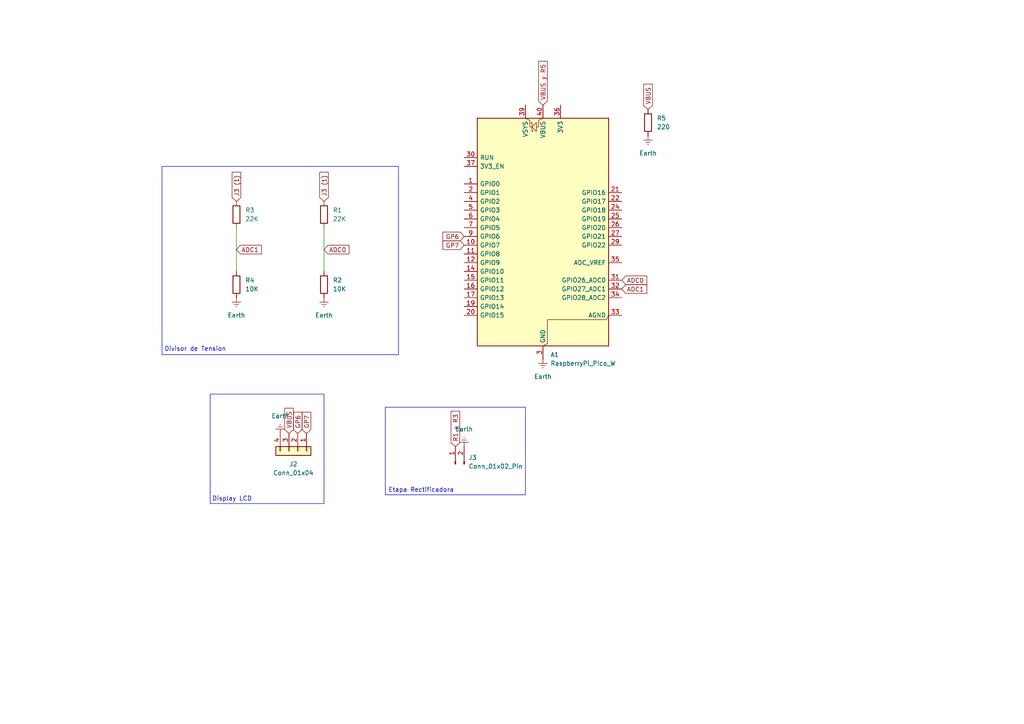
<source format=kicad_sch>
(kicad_sch
	(version 20250114)
	(generator "eeschema")
	(generator_version "9.0")
	(uuid "911fb31c-9ec0-4f87-b7c0-c3d7edbfac4b")
	(paper "A4")
	(lib_symbols
		(symbol "Connector:Conn_01x02_Pin"
			(pin_names
				(offset 1.016)
				(hide yes)
			)
			(exclude_from_sim no)
			(in_bom yes)
			(on_board yes)
			(property "Reference" "J"
				(at 0 2.54 0)
				(effects
					(font
						(size 1.27 1.27)
					)
				)
			)
			(property "Value" "Conn_01x02_Pin"
				(at 0 -5.08 0)
				(effects
					(font
						(size 1.27 1.27)
					)
				)
			)
			(property "Footprint" ""
				(at 0 0 0)
				(effects
					(font
						(size 1.27 1.27)
					)
					(hide yes)
				)
			)
			(property "Datasheet" "~"
				(at 0 0 0)
				(effects
					(font
						(size 1.27 1.27)
					)
					(hide yes)
				)
			)
			(property "Description" "Generic connector, single row, 01x02, script generated"
				(at 0 0 0)
				(effects
					(font
						(size 1.27 1.27)
					)
					(hide yes)
				)
			)
			(property "ki_locked" ""
				(at 0 0 0)
				(effects
					(font
						(size 1.27 1.27)
					)
				)
			)
			(property "ki_keywords" "connector"
				(at 0 0 0)
				(effects
					(font
						(size 1.27 1.27)
					)
					(hide yes)
				)
			)
			(property "ki_fp_filters" "Connector*:*_1x??_*"
				(at 0 0 0)
				(effects
					(font
						(size 1.27 1.27)
					)
					(hide yes)
				)
			)
			(symbol "Conn_01x02_Pin_1_1"
				(rectangle
					(start 0.8636 0.127)
					(end 0 -0.127)
					(stroke
						(width 0.1524)
						(type default)
					)
					(fill
						(type outline)
					)
				)
				(rectangle
					(start 0.8636 -2.413)
					(end 0 -2.667)
					(stroke
						(width 0.1524)
						(type default)
					)
					(fill
						(type outline)
					)
				)
				(polyline
					(pts
						(xy 1.27 0) (xy 0.8636 0)
					)
					(stroke
						(width 0.1524)
						(type default)
					)
					(fill
						(type none)
					)
				)
				(polyline
					(pts
						(xy 1.27 -2.54) (xy 0.8636 -2.54)
					)
					(stroke
						(width 0.1524)
						(type default)
					)
					(fill
						(type none)
					)
				)
				(pin passive line
					(at 5.08 0 180)
					(length 3.81)
					(name "Pin_1"
						(effects
							(font
								(size 1.27 1.27)
							)
						)
					)
					(number "1"
						(effects
							(font
								(size 1.27 1.27)
							)
						)
					)
				)
				(pin passive line
					(at 5.08 -2.54 180)
					(length 3.81)
					(name "Pin_2"
						(effects
							(font
								(size 1.27 1.27)
							)
						)
					)
					(number "2"
						(effects
							(font
								(size 1.27 1.27)
							)
						)
					)
				)
			)
			(embedded_fonts no)
		)
		(symbol "Connector_Generic:Conn_01x04"
			(pin_names
				(offset 1.016)
				(hide yes)
			)
			(exclude_from_sim no)
			(in_bom yes)
			(on_board yes)
			(property "Reference" "J"
				(at 0 5.08 0)
				(effects
					(font
						(size 1.27 1.27)
					)
				)
			)
			(property "Value" "Conn_01x04"
				(at 0 -7.62 0)
				(effects
					(font
						(size 1.27 1.27)
					)
				)
			)
			(property "Footprint" ""
				(at 0 0 0)
				(effects
					(font
						(size 1.27 1.27)
					)
					(hide yes)
				)
			)
			(property "Datasheet" "~"
				(at 0 0 0)
				(effects
					(font
						(size 1.27 1.27)
					)
					(hide yes)
				)
			)
			(property "Description" "Generic connector, single row, 01x04, script generated (kicad-library-utils/schlib/autogen/connector/)"
				(at 0 0 0)
				(effects
					(font
						(size 1.27 1.27)
					)
					(hide yes)
				)
			)
			(property "ki_keywords" "connector"
				(at 0 0 0)
				(effects
					(font
						(size 1.27 1.27)
					)
					(hide yes)
				)
			)
			(property "ki_fp_filters" "Connector*:*_1x??_*"
				(at 0 0 0)
				(effects
					(font
						(size 1.27 1.27)
					)
					(hide yes)
				)
			)
			(symbol "Conn_01x04_1_1"
				(rectangle
					(start -1.27 3.81)
					(end 1.27 -6.35)
					(stroke
						(width 0.254)
						(type default)
					)
					(fill
						(type background)
					)
				)
				(rectangle
					(start -1.27 2.667)
					(end 0 2.413)
					(stroke
						(width 0.1524)
						(type default)
					)
					(fill
						(type none)
					)
				)
				(rectangle
					(start -1.27 0.127)
					(end 0 -0.127)
					(stroke
						(width 0.1524)
						(type default)
					)
					(fill
						(type none)
					)
				)
				(rectangle
					(start -1.27 -2.413)
					(end 0 -2.667)
					(stroke
						(width 0.1524)
						(type default)
					)
					(fill
						(type none)
					)
				)
				(rectangle
					(start -1.27 -4.953)
					(end 0 -5.207)
					(stroke
						(width 0.1524)
						(type default)
					)
					(fill
						(type none)
					)
				)
				(pin passive line
					(at -5.08 2.54 0)
					(length 3.81)
					(name "Pin_1"
						(effects
							(font
								(size 1.27 1.27)
							)
						)
					)
					(number "1"
						(effects
							(font
								(size 1.27 1.27)
							)
						)
					)
				)
				(pin passive line
					(at -5.08 0 0)
					(length 3.81)
					(name "Pin_2"
						(effects
							(font
								(size 1.27 1.27)
							)
						)
					)
					(number "2"
						(effects
							(font
								(size 1.27 1.27)
							)
						)
					)
				)
				(pin passive line
					(at -5.08 -2.54 0)
					(length 3.81)
					(name "Pin_3"
						(effects
							(font
								(size 1.27 1.27)
							)
						)
					)
					(number "3"
						(effects
							(font
								(size 1.27 1.27)
							)
						)
					)
				)
				(pin passive line
					(at -5.08 -5.08 0)
					(length 3.81)
					(name "Pin_4"
						(effects
							(font
								(size 1.27 1.27)
							)
						)
					)
					(number "4"
						(effects
							(font
								(size 1.27 1.27)
							)
						)
					)
				)
			)
			(embedded_fonts no)
		)
		(symbol "Device:R"
			(pin_numbers
				(hide yes)
			)
			(pin_names
				(offset 0)
			)
			(exclude_from_sim no)
			(in_bom yes)
			(on_board yes)
			(property "Reference" "R"
				(at 2.032 0 90)
				(effects
					(font
						(size 1.27 1.27)
					)
				)
			)
			(property "Value" "R"
				(at 0 0 90)
				(effects
					(font
						(size 1.27 1.27)
					)
				)
			)
			(property "Footprint" ""
				(at -1.778 0 90)
				(effects
					(font
						(size 1.27 1.27)
					)
					(hide yes)
				)
			)
			(property "Datasheet" "~"
				(at 0 0 0)
				(effects
					(font
						(size 1.27 1.27)
					)
					(hide yes)
				)
			)
			(property "Description" "Resistor"
				(at 0 0 0)
				(effects
					(font
						(size 1.27 1.27)
					)
					(hide yes)
				)
			)
			(property "ki_keywords" "R res resistor"
				(at 0 0 0)
				(effects
					(font
						(size 1.27 1.27)
					)
					(hide yes)
				)
			)
			(property "ki_fp_filters" "R_*"
				(at 0 0 0)
				(effects
					(font
						(size 1.27 1.27)
					)
					(hide yes)
				)
			)
			(symbol "R_0_1"
				(rectangle
					(start -1.016 -2.54)
					(end 1.016 2.54)
					(stroke
						(width 0.254)
						(type default)
					)
					(fill
						(type none)
					)
				)
			)
			(symbol "R_1_1"
				(pin passive line
					(at 0 3.81 270)
					(length 1.27)
					(name "~"
						(effects
							(font
								(size 1.27 1.27)
							)
						)
					)
					(number "1"
						(effects
							(font
								(size 1.27 1.27)
							)
						)
					)
				)
				(pin passive line
					(at 0 -3.81 90)
					(length 1.27)
					(name "~"
						(effects
							(font
								(size 1.27 1.27)
							)
						)
					)
					(number "2"
						(effects
							(font
								(size 1.27 1.27)
							)
						)
					)
				)
			)
			(embedded_fonts no)
		)
		(symbol "MCU_Module:RaspberryPi_Pico_W"
			(pin_names
				(offset 0.762)
			)
			(exclude_from_sim no)
			(in_bom yes)
			(on_board yes)
			(property "Reference" "A"
				(at -19.05 35.56 0)
				(effects
					(font
						(size 1.27 1.27)
					)
					(justify left)
				)
			)
			(property "Value" "RaspberryPi_Pico_W"
				(at 7.62 35.56 0)
				(effects
					(font
						(size 1.27 1.27)
					)
					(justify left)
				)
			)
			(property "Footprint" "Module:RaspberryPi_Pico_W_SMD_HandSolder"
				(at 0 -46.99 0)
				(effects
					(font
						(size 1.27 1.27)
					)
					(hide yes)
				)
			)
			(property "Datasheet" "https://datasheets.raspberrypi.com/picow/pico-w-datasheet.pdf"
				(at 0 -49.53 0)
				(effects
					(font
						(size 1.27 1.27)
					)
					(hide yes)
				)
			)
			(property "Description" "Versatile and inexpensive wireless microcontroller module powered by RP2040 dual-core Arm Cortex-M0+ processor up to 133 MHz, 264kB SRAM, 2MB QSPI flash, Infineon CYW43439 2.4GHz 802.11n wireless LAN; also supports Raspberry Pi Pico 2 W"
				(at 0 -52.07 0)
				(effects
					(font
						(size 1.27 1.27)
					)
					(hide yes)
				)
			)
			(property "ki_keywords" "RP2350A M33 RISC-V Hazard3 usb wifi bluetooth"
				(at 0 0 0)
				(effects
					(font
						(size 1.27 1.27)
					)
					(hide yes)
				)
			)
			(property "ki_fp_filters" "RaspberryPi?Pico?Common* RaspberryPi?Pico?W?SMD*"
				(at 0 0 0)
				(effects
					(font
						(size 1.27 1.27)
					)
					(hide yes)
				)
			)
			(symbol "RaspberryPi_Pico_W_0_1"
				(rectangle
					(start -19.05 34.29)
					(end 19.05 -31.75)
					(stroke
						(width 0.254)
						(type default)
					)
					(fill
						(type background)
					)
				)
				(polyline
					(pts
						(xy -5.08 34.29) (xy -3.81 33.655) (xy -3.81 31.75) (xy -3.175 31.75)
					)
					(stroke
						(width 0)
						(type default)
					)
					(fill
						(type none)
					)
				)
				(polyline
					(pts
						(xy -3.429 32.766) (xy -3.429 33.02) (xy -3.175 33.02) (xy -3.175 30.48) (xy -2.921 30.48) (xy -2.921 30.734)
					)
					(stroke
						(width 0)
						(type default)
					)
					(fill
						(type none)
					)
				)
				(polyline
					(pts
						(xy -3.175 31.75) (xy -1.905 33.02) (xy -1.905 30.48) (xy -3.175 31.75)
					)
					(stroke
						(width 0)
						(type default)
					)
					(fill
						(type none)
					)
				)
				(polyline
					(pts
						(xy 0 34.29) (xy -1.27 33.655) (xy -1.27 31.75) (xy -1.905 31.75)
					)
					(stroke
						(width 0)
						(type default)
					)
					(fill
						(type none)
					)
				)
				(polyline
					(pts
						(xy 0 -31.75) (xy 1.27 -31.115) (xy 1.27 -24.13) (xy 18.415 -24.13) (xy 19.05 -22.86)
					)
					(stroke
						(width 0)
						(type default)
					)
					(fill
						(type none)
					)
				)
			)
			(symbol "RaspberryPi_Pico_W_1_1"
				(pin passive line
					(at -22.86 22.86 0)
					(length 3.81)
					(name "RUN"
						(effects
							(font
								(size 1.27 1.27)
							)
						)
					)
					(number "30"
						(effects
							(font
								(size 1.27 1.27)
							)
						)
					)
					(alternate "~{RESET}" passive line)
				)
				(pin passive line
					(at -22.86 20.32 0)
					(length 3.81)
					(name "3V3_EN"
						(effects
							(font
								(size 1.27 1.27)
							)
						)
					)
					(number "37"
						(effects
							(font
								(size 1.27 1.27)
							)
						)
					)
					(alternate "~{3V3_DISABLE}" passive line)
				)
				(pin bidirectional line
					(at -22.86 15.24 0)
					(length 3.81)
					(name "GPIO0"
						(effects
							(font
								(size 1.27 1.27)
							)
						)
					)
					(number "1"
						(effects
							(font
								(size 1.27 1.27)
							)
						)
					)
					(alternate "I2C0_SDA" bidirectional line)
					(alternate "PWM0_A" output line)
					(alternate "SPI0_RX" input line)
					(alternate "UART0_TX" output line)
					(alternate "USB_OVCUR_DET" input line)
				)
				(pin bidirectional line
					(at -22.86 12.7 0)
					(length 3.81)
					(name "GPIO1"
						(effects
							(font
								(size 1.27 1.27)
							)
						)
					)
					(number "2"
						(effects
							(font
								(size 1.27 1.27)
							)
						)
					)
					(alternate "I2C0_SCL" bidirectional clock)
					(alternate "PWM0_B" bidirectional line)
					(alternate "UART0_RX" input line)
					(alternate "USB_VBUS_DET" passive line)
					(alternate "~{SPI0_CSn}" bidirectional line)
				)
				(pin bidirectional line
					(at -22.86 10.16 0)
					(length 3.81)
					(name "GPIO2"
						(effects
							(font
								(size 1.27 1.27)
							)
						)
					)
					(number "4"
						(effects
							(font
								(size 1.27 1.27)
							)
						)
					)
					(alternate "I2C1_SDA" bidirectional line)
					(alternate "PWM1_A" output line)
					(alternate "SPI0_SCK" bidirectional clock)
					(alternate "UART0_CTS" input line)
					(alternate "USB_VBUS_EN" output line)
				)
				(pin bidirectional line
					(at -22.86 7.62 0)
					(length 3.81)
					(name "GPIO3"
						(effects
							(font
								(size 1.27 1.27)
							)
						)
					)
					(number "5"
						(effects
							(font
								(size 1.27 1.27)
							)
						)
					)
					(alternate "I2C1_SCL" bidirectional clock)
					(alternate "PWM1_B" bidirectional line)
					(alternate "SPI0_TX" output line)
					(alternate "UART0_RTS" output line)
					(alternate "USB_OVCUR_DET" input line)
				)
				(pin bidirectional line
					(at -22.86 5.08 0)
					(length 3.81)
					(name "GPIO4"
						(effects
							(font
								(size 1.27 1.27)
							)
						)
					)
					(number "6"
						(effects
							(font
								(size 1.27 1.27)
							)
						)
					)
					(alternate "I2C0_SDA" bidirectional line)
					(alternate "PWM2_A" output line)
					(alternate "SPI0_RX" input line)
					(alternate "UART1_TX" output line)
					(alternate "USB_VBUS_DET" input line)
				)
				(pin bidirectional line
					(at -22.86 2.54 0)
					(length 3.81)
					(name "GPIO5"
						(effects
							(font
								(size 1.27 1.27)
							)
						)
					)
					(number "7"
						(effects
							(font
								(size 1.27 1.27)
							)
						)
					)
					(alternate "I2C0_SCL" bidirectional clock)
					(alternate "PWM2_B" bidirectional line)
					(alternate "UART1_RX" input line)
					(alternate "USB_VBUS_EN" output line)
					(alternate "~{SPI0_CSn}" bidirectional line)
				)
				(pin bidirectional line
					(at -22.86 0 0)
					(length 3.81)
					(name "GPIO6"
						(effects
							(font
								(size 1.27 1.27)
							)
						)
					)
					(number "9"
						(effects
							(font
								(size 1.27 1.27)
							)
						)
					)
					(alternate "I2C1_SDA" bidirectional line)
					(alternate "PWM3_A" output line)
					(alternate "SPI0_SCK" bidirectional clock)
					(alternate "UART1_CTS" input line)
					(alternate "USB_OVCUR_DET" input line)
				)
				(pin bidirectional line
					(at -22.86 -2.54 0)
					(length 3.81)
					(name "GPIO7"
						(effects
							(font
								(size 1.27 1.27)
							)
						)
					)
					(number "10"
						(effects
							(font
								(size 1.27 1.27)
							)
						)
					)
					(alternate "I2C1_SCL" bidirectional clock)
					(alternate "PWM3_B" bidirectional line)
					(alternate "SPI0_TX" output line)
					(alternate "UART1_RTS" output line)
					(alternate "USB_VBUS_DET" input line)
				)
				(pin bidirectional line
					(at -22.86 -5.08 0)
					(length 3.81)
					(name "GPIO8"
						(effects
							(font
								(size 1.27 1.27)
							)
						)
					)
					(number "11"
						(effects
							(font
								(size 1.27 1.27)
							)
						)
					)
					(alternate "I2C0_SDA" bidirectional line)
					(alternate "PWM4_A" output line)
					(alternate "SPI1_RX" input line)
					(alternate "UART1_TX" output line)
					(alternate "USB_VBUS_EN" output line)
				)
				(pin bidirectional line
					(at -22.86 -7.62 0)
					(length 3.81)
					(name "GPIO9"
						(effects
							(font
								(size 1.27 1.27)
							)
						)
					)
					(number "12"
						(effects
							(font
								(size 1.27 1.27)
							)
						)
					)
					(alternate "I2C0_SCL" bidirectional clock)
					(alternate "PWM4_B" bidirectional line)
					(alternate "UART1_RX" input line)
					(alternate "USB_OVCUR_DET" input line)
					(alternate "~{SPI1_CSn}" bidirectional line)
				)
				(pin bidirectional line
					(at -22.86 -10.16 0)
					(length 3.81)
					(name "GPIO10"
						(effects
							(font
								(size 1.27 1.27)
							)
						)
					)
					(number "14"
						(effects
							(font
								(size 1.27 1.27)
							)
						)
					)
					(alternate "I2C1_SDA" bidirectional line)
					(alternate "PWM5_A" output line)
					(alternate "SPI1_SCK" bidirectional clock)
					(alternate "UART1_CTS" input line)
					(alternate "USB_VBUS_DET" input line)
				)
				(pin bidirectional line
					(at -22.86 -12.7 0)
					(length 3.81)
					(name "GPIO11"
						(effects
							(font
								(size 1.27 1.27)
							)
						)
					)
					(number "15"
						(effects
							(font
								(size 1.27 1.27)
							)
						)
					)
					(alternate "I2C1_SCL" bidirectional clock)
					(alternate "PWM5_B" bidirectional line)
					(alternate "SPI1_TX" output line)
					(alternate "UART1_RTS" output line)
					(alternate "USB_VBUS_EN" output line)
				)
				(pin bidirectional line
					(at -22.86 -15.24 0)
					(length 3.81)
					(name "GPIO12"
						(effects
							(font
								(size 1.27 1.27)
							)
						)
					)
					(number "16"
						(effects
							(font
								(size 1.27 1.27)
							)
						)
					)
					(alternate "I2C0_SDA" bidirectional line)
					(alternate "PWM6_A" output line)
					(alternate "SPI1_RX" input line)
					(alternate "UART0_TX" output line)
					(alternate "USB_OVCUR_DET" input line)
				)
				(pin bidirectional line
					(at -22.86 -17.78 0)
					(length 3.81)
					(name "GPIO13"
						(effects
							(font
								(size 1.27 1.27)
							)
						)
					)
					(number "17"
						(effects
							(font
								(size 1.27 1.27)
							)
						)
					)
					(alternate "I2C0_SCL" bidirectional clock)
					(alternate "PWM6_B" bidirectional line)
					(alternate "UART0_RX" input line)
					(alternate "USB_VBUS_DET" input line)
					(alternate "~{SPI1_CSn}" bidirectional line)
				)
				(pin bidirectional line
					(at -22.86 -20.32 0)
					(length 3.81)
					(name "GPIO14"
						(effects
							(font
								(size 1.27 1.27)
							)
						)
					)
					(number "19"
						(effects
							(font
								(size 1.27 1.27)
							)
						)
					)
					(alternate "I2C1_SDA" bidirectional line)
					(alternate "PWM7_A" output line)
					(alternate "SPI1_SCK" bidirectional clock)
					(alternate "UART0_CTS" input line)
					(alternate "USB_VBUS_EN" output line)
				)
				(pin bidirectional line
					(at -22.86 -22.86 0)
					(length 3.81)
					(name "GPIO15"
						(effects
							(font
								(size 1.27 1.27)
							)
						)
					)
					(number "20"
						(effects
							(font
								(size 1.27 1.27)
							)
						)
					)
					(alternate "I2C1_SCL" bidirectional clock)
					(alternate "PWM7_B" bidirectional line)
					(alternate "SPI1_TX" output line)
					(alternate "UART0_RTS" output line)
					(alternate "USB_OVCUR_DET" input line)
				)
				(pin power_in line
					(at -5.08 38.1 270)
					(length 3.81)
					(name "VSYS"
						(effects
							(font
								(size 1.27 1.27)
							)
						)
					)
					(number "39"
						(effects
							(font
								(size 1.27 1.27)
							)
						)
					)
					(alternate "VSYS_OUT" power_out line)
				)
				(pin power_out line
					(at 0 38.1 270)
					(length 3.81)
					(name "VBUS"
						(effects
							(font
								(size 1.27 1.27)
							)
						)
					)
					(number "40"
						(effects
							(font
								(size 1.27 1.27)
							)
						)
					)
					(alternate "VBUS_IN" power_in line)
				)
				(pin passive line
					(at 0 -35.56 90)
					(length 3.81)
					(hide yes)
					(name "GND"
						(effects
							(font
								(size 1.27 1.27)
							)
						)
					)
					(number "13"
						(effects
							(font
								(size 1.27 1.27)
							)
						)
					)
				)
				(pin passive line
					(at 0 -35.56 90)
					(length 3.81)
					(hide yes)
					(name "GND"
						(effects
							(font
								(size 1.27 1.27)
							)
						)
					)
					(number "18"
						(effects
							(font
								(size 1.27 1.27)
							)
						)
					)
				)
				(pin passive line
					(at 0 -35.56 90)
					(length 3.81)
					(hide yes)
					(name "GND"
						(effects
							(font
								(size 1.27 1.27)
							)
						)
					)
					(number "23"
						(effects
							(font
								(size 1.27 1.27)
							)
						)
					)
				)
				(pin passive line
					(at 0 -35.56 90)
					(length 3.81)
					(hide yes)
					(name "GND"
						(effects
							(font
								(size 1.27 1.27)
							)
						)
					)
					(number "28"
						(effects
							(font
								(size 1.27 1.27)
							)
						)
					)
				)
				(pin power_out line
					(at 0 -35.56 90)
					(length 3.81)
					(name "GND"
						(effects
							(font
								(size 1.27 1.27)
							)
						)
					)
					(number "3"
						(effects
							(font
								(size 1.27 1.27)
							)
						)
					)
					(alternate "GND_IN" power_in line)
				)
				(pin passive line
					(at 0 -35.56 90)
					(length 3.81)
					(hide yes)
					(name "GND"
						(effects
							(font
								(size 1.27 1.27)
							)
						)
					)
					(number "38"
						(effects
							(font
								(size 1.27 1.27)
							)
						)
					)
				)
				(pin passive line
					(at 0 -35.56 90)
					(length 3.81)
					(hide yes)
					(name "GND"
						(effects
							(font
								(size 1.27 1.27)
							)
						)
					)
					(number "8"
						(effects
							(font
								(size 1.27 1.27)
							)
						)
					)
				)
				(pin power_out line
					(at 5.08 38.1 270)
					(length 3.81)
					(name "3V3"
						(effects
							(font
								(size 1.27 1.27)
							)
						)
					)
					(number "36"
						(effects
							(font
								(size 1.27 1.27)
							)
						)
					)
				)
				(pin bidirectional line
					(at 22.86 12.7 180)
					(length 3.81)
					(name "GPIO16"
						(effects
							(font
								(size 1.27 1.27)
							)
						)
					)
					(number "21"
						(effects
							(font
								(size 1.27 1.27)
							)
						)
					)
					(alternate "I2C0_SDA" bidirectional line)
					(alternate "PWM0_A" output line)
					(alternate "SPI0_RX" input line)
					(alternate "UART0_TX" output line)
					(alternate "USB_VBUS_DET" input line)
				)
				(pin bidirectional line
					(at 22.86 10.16 180)
					(length 3.81)
					(name "GPIO17"
						(effects
							(font
								(size 1.27 1.27)
							)
						)
					)
					(number "22"
						(effects
							(font
								(size 1.27 1.27)
							)
						)
					)
					(alternate "I2C0_SCL" bidirectional clock)
					(alternate "PWM0_B" bidirectional line)
					(alternate "UART0_RX" input line)
					(alternate "USB_VBUS_EN" output line)
					(alternate "~{SPI0_CSn}" bidirectional line)
				)
				(pin bidirectional line
					(at 22.86 7.62 180)
					(length 3.81)
					(name "GPIO18"
						(effects
							(font
								(size 1.27 1.27)
							)
						)
					)
					(number "24"
						(effects
							(font
								(size 1.27 1.27)
							)
						)
					)
					(alternate "I2C1_SDA" bidirectional line)
					(alternate "PWM1_A" output line)
					(alternate "SPI0_SCK" bidirectional clock)
					(alternate "UART0_CTS" input line)
					(alternate "USB_OVCUR_DET" input line)
				)
				(pin bidirectional line
					(at 22.86 5.08 180)
					(length 3.81)
					(name "GPIO19"
						(effects
							(font
								(size 1.27 1.27)
							)
						)
					)
					(number "25"
						(effects
							(font
								(size 1.27 1.27)
							)
						)
					)
					(alternate "I2C1_SCL" bidirectional clock)
					(alternate "PWM1_B" bidirectional line)
					(alternate "SPI0_TX" output line)
					(alternate "UART0_RTS" output line)
					(alternate "USB_VBUS_DET" input line)
				)
				(pin bidirectional line
					(at 22.86 2.54 180)
					(length 3.81)
					(name "GPIO20"
						(effects
							(font
								(size 1.27 1.27)
							)
						)
					)
					(number "26"
						(effects
							(font
								(size 1.27 1.27)
							)
						)
					)
					(alternate "CLOCK_GPIN0" input clock)
					(alternate "I2C0_SDA" bidirectional line)
					(alternate "PWM2_A" output line)
					(alternate "SPI0_RX" input line)
					(alternate "UART1_TX" output line)
					(alternate "USB_VBUS_EN" output line)
				)
				(pin bidirectional line
					(at 22.86 0 180)
					(length 3.81)
					(name "GPIO21"
						(effects
							(font
								(size 1.27 1.27)
							)
						)
					)
					(number "27"
						(effects
							(font
								(size 1.27 1.27)
							)
						)
					)
					(alternate "CLOCK_GPOUT0" output clock)
					(alternate "I2C0_SCL" bidirectional clock)
					(alternate "PWM2_B" bidirectional line)
					(alternate "UART1_RX" input line)
					(alternate "USB_OVCUR_DET" input line)
					(alternate "~{SPI0_CSn}" bidirectional line)
				)
				(pin bidirectional line
					(at 22.86 -2.54 180)
					(length 3.81)
					(name "GPIO22"
						(effects
							(font
								(size 1.27 1.27)
							)
						)
					)
					(number "29"
						(effects
							(font
								(size 1.27 1.27)
							)
						)
					)
					(alternate "CLOCK_GPIN1" input clock)
					(alternate "I2C1_SDA" bidirectional line)
					(alternate "PWM3_A" output line)
					(alternate "SPI0_SCK" bidirectional clock)
					(alternate "UART1_CTS" input line)
					(alternate "USB_VBUS_DET" input line)
				)
				(pin power_in line
					(at 22.86 -7.62 180)
					(length 3.81)
					(name "ADC_VREF"
						(effects
							(font
								(size 1.27 1.27)
							)
						)
					)
					(number "35"
						(effects
							(font
								(size 1.27 1.27)
							)
						)
					)
				)
				(pin bidirectional line
					(at 22.86 -12.7 180)
					(length 3.81)
					(name "GPIO26_ADC0"
						(effects
							(font
								(size 1.27 1.27)
							)
						)
					)
					(number "31"
						(effects
							(font
								(size 1.27 1.27)
							)
						)
					)
					(alternate "ADC0" input line)
					(alternate "GPIO26" bidirectional line)
					(alternate "I2C1_SDA" bidirectional line)
					(alternate "PWM5_A" output line)
					(alternate "SPI1_SCK" bidirectional clock)
					(alternate "UART1_CTS" input line)
					(alternate "USB_VBUS_EN" output line)
				)
				(pin bidirectional line
					(at 22.86 -15.24 180)
					(length 3.81)
					(name "GPIO27_ADC1"
						(effects
							(font
								(size 1.27 1.27)
							)
						)
					)
					(number "32"
						(effects
							(font
								(size 1.27 1.27)
							)
						)
					)
					(alternate "ADC1" input line)
					(alternate "GPIO27" bidirectional line)
					(alternate "I2C1_SCL" bidirectional clock)
					(alternate "PWM5_B" bidirectional line)
					(alternate "SPI1_TX" output line)
					(alternate "UART1_RTS" output line)
					(alternate "USB_OVCUR_DET" input line)
				)
				(pin bidirectional line
					(at 22.86 -17.78 180)
					(length 3.81)
					(name "GPIO28_ADC2"
						(effects
							(font
								(size 1.27 1.27)
							)
						)
					)
					(number "34"
						(effects
							(font
								(size 1.27 1.27)
							)
						)
					)
					(alternate "ADC2" input line)
					(alternate "GPIO28" bidirectional line)
					(alternate "I2C0_SDA" bidirectional line)
					(alternate "PWM6_A" output line)
					(alternate "SPI1_RX" input line)
					(alternate "UART0_TX" output line)
					(alternate "USB_VBUS_DET" input line)
				)
				(pin power_out line
					(at 22.86 -22.86 180)
					(length 3.81)
					(name "AGND"
						(effects
							(font
								(size 1.27 1.27)
							)
						)
					)
					(number "33"
						(effects
							(font
								(size 1.27 1.27)
							)
						)
					)
					(alternate "GND" passive line)
				)
			)
			(embedded_fonts no)
		)
		(symbol "power:Earth"
			(power)
			(pin_numbers
				(hide yes)
			)
			(pin_names
				(offset 0)
				(hide yes)
			)
			(exclude_from_sim no)
			(in_bom yes)
			(on_board yes)
			(property "Reference" "#PWR"
				(at 0 -6.35 0)
				(effects
					(font
						(size 1.27 1.27)
					)
					(hide yes)
				)
			)
			(property "Value" "Earth"
				(at 0 -3.81 0)
				(effects
					(font
						(size 1.27 1.27)
					)
				)
			)
			(property "Footprint" ""
				(at 0 0 0)
				(effects
					(font
						(size 1.27 1.27)
					)
					(hide yes)
				)
			)
			(property "Datasheet" "~"
				(at 0 0 0)
				(effects
					(font
						(size 1.27 1.27)
					)
					(hide yes)
				)
			)
			(property "Description" "Power symbol creates a global label with name \"Earth\""
				(at 0 0 0)
				(effects
					(font
						(size 1.27 1.27)
					)
					(hide yes)
				)
			)
			(property "ki_keywords" "global ground gnd"
				(at 0 0 0)
				(effects
					(font
						(size 1.27 1.27)
					)
					(hide yes)
				)
			)
			(symbol "Earth_0_1"
				(polyline
					(pts
						(xy -0.635 -1.905) (xy 0.635 -1.905)
					)
					(stroke
						(width 0)
						(type default)
					)
					(fill
						(type none)
					)
				)
				(polyline
					(pts
						(xy -0.127 -2.54) (xy 0.127 -2.54)
					)
					(stroke
						(width 0)
						(type default)
					)
					(fill
						(type none)
					)
				)
				(polyline
					(pts
						(xy 0 -1.27) (xy 0 0)
					)
					(stroke
						(width 0)
						(type default)
					)
					(fill
						(type none)
					)
				)
				(polyline
					(pts
						(xy 1.27 -1.27) (xy -1.27 -1.27)
					)
					(stroke
						(width 0)
						(type default)
					)
					(fill
						(type none)
					)
				)
			)
			(symbol "Earth_1_1"
				(pin power_in line
					(at 0 0 270)
					(length 0)
					(name "~"
						(effects
							(font
								(size 1.27 1.27)
							)
						)
					)
					(number "1"
						(effects
							(font
								(size 1.27 1.27)
							)
						)
					)
				)
			)
			(embedded_fonts no)
		)
	)
	(rectangle
		(start 46.99 48.26)
		(end 115.57 102.87)
		(stroke
			(width 0)
			(type default)
		)
		(fill
			(type none)
		)
		(uuid 30473f73-ef07-4269-b6fe-98ff90480b42)
	)
	(rectangle
		(start 111.76 118.11)
		(end 152.4 143.51)
		(stroke
			(width 0)
			(type default)
		)
		(fill
			(type none)
		)
		(uuid 6a1904ca-9506-4af1-952b-4030941bac4c)
	)
	(rectangle
		(start 60.96 114.3)
		(end 93.98 146.05)
		(stroke
			(width 0)
			(type default)
		)
		(fill
			(type none)
		)
		(uuid fab753db-4ac4-455a-89c4-dc49ae96896e)
	)
	(text "Divisor de Tension"
		(exclude_from_sim no)
		(at 56.642 101.346 0)
		(effects
			(font
				(size 1.27 1.27)
			)
		)
		(uuid "2c4b57e3-8ddb-4a99-ba5a-5f79ddfb7d32")
	)
	(text "Display LCD"
		(exclude_from_sim no)
		(at 67.31 144.78 0)
		(effects
			(font
				(size 1.27 1.27)
			)
		)
		(uuid "97a8d4d7-c3d2-4718-afbe-84f62f6dfc48")
	)
	(text "Etapa Rectificadora"
		(exclude_from_sim no)
		(at 122.174 142.24 0)
		(effects
			(font
				(size 1.27 1.27)
			)
		)
		(uuid "ef2212e1-0ba2-4262-82d6-7ab7e7249138")
	)
	(wire
		(pts
			(xy 68.58 66.04) (xy 68.58 78.74)
		)
		(stroke
			(width 0)
			(type default)
		)
		(uuid "3c8698cb-4e56-42e7-99bc-2cf13a8a778e")
	)
	(wire
		(pts
			(xy 93.98 66.04) (xy 93.98 78.74)
		)
		(stroke
			(width 0)
			(type default)
		)
		(uuid "c52ca523-c535-4b67-96a2-5ab6eb1b34bf")
	)
	(global_label "GP7"
		(shape input)
		(at 88.9 125.73 90)
		(fields_autoplaced yes)
		(effects
			(font
				(size 1.27 1.27)
			)
			(justify left)
		)
		(uuid "05d60261-e553-47fd-94d6-9d2d276dbe36")
		(property "Intersheetrefs" "${INTERSHEET_REFS}"
			(at 88.9 118.9953 90)
			(effects
				(font
					(size 1.27 1.27)
				)
				(justify left)
				(hide yes)
			)
		)
	)
	(global_label "ADC1"
		(shape input)
		(at 180.34 83.82 0)
		(fields_autoplaced yes)
		(effects
			(font
				(size 1.27 1.27)
			)
			(justify left)
		)
		(uuid "2763503f-ef6b-4b06-b3ac-cce401540555")
		(property "Intersheetrefs" "${INTERSHEET_REFS}"
			(at 188.1633 83.82 0)
			(effects
				(font
					(size 1.27 1.27)
				)
				(justify left)
				(hide yes)
			)
		)
	)
	(global_label "GP6"
		(shape input)
		(at 86.36 125.73 90)
		(fields_autoplaced yes)
		(effects
			(font
				(size 1.27 1.27)
			)
			(justify left)
		)
		(uuid "42e0bb7e-7eb0-47cf-a485-8338651eeff8")
		(property "Intersheetrefs" "${INTERSHEET_REFS}"
			(at 86.36 118.9953 90)
			(effects
				(font
					(size 1.27 1.27)
				)
				(justify left)
				(hide yes)
			)
		)
	)
	(global_label "ADC0"
		(shape input)
		(at 180.34 81.28 0)
		(fields_autoplaced yes)
		(effects
			(font
				(size 1.27 1.27)
			)
			(justify left)
		)
		(uuid "4530f2b9-cf5c-4b2b-b8c2-0d36f49c1a40")
		(property "Intersheetrefs" "${INTERSHEET_REFS}"
			(at 188.1633 81.28 0)
			(effects
				(font
					(size 1.27 1.27)
				)
				(justify left)
				(hide yes)
			)
		)
	)
	(global_label "R1 y R3"
		(shape input)
		(at 132.08 129.54 90)
		(fields_autoplaced yes)
		(effects
			(font
				(size 1.27 1.27)
			)
			(justify left)
		)
		(uuid "5a1c1197-0123-45c9-aa68-63767492e9f0")
		(property "Intersheetrefs" "${INTERSHEET_REFS}"
			(at 132.08 118.693 90)
			(effects
				(font
					(size 1.27 1.27)
				)
				(justify left)
				(hide yes)
			)
		)
	)
	(global_label "ADC1"
		(shape input)
		(at 68.58 72.39 0)
		(fields_autoplaced yes)
		(effects
			(font
				(size 1.27 1.27)
			)
			(justify left)
		)
		(uuid "7af0eda4-a391-4cb1-8dc9-92d10ae8d78d")
		(property "Intersheetrefs" "${INTERSHEET_REFS}"
			(at 76.4033 72.39 0)
			(effects
				(font
					(size 1.27 1.27)
				)
				(justify left)
				(hide yes)
			)
		)
	)
	(global_label "J3 (1)"
		(shape input)
		(at 93.98 58.42 90)
		(fields_autoplaced yes)
		(effects
			(font
				(size 1.27 1.27)
			)
			(justify left)
		)
		(uuid "89330173-0638-4612-bad2-aea53bf643a5")
		(property "Intersheetrefs" "${INTERSHEET_REFS}"
			(at 93.98 49.3872 90)
			(effects
				(font
					(size 1.27 1.27)
				)
				(justify left)
				(hide yes)
			)
		)
	)
	(global_label "GP6"
		(shape input)
		(at 134.62 68.58 180)
		(fields_autoplaced yes)
		(effects
			(font
				(size 1.27 1.27)
			)
			(justify right)
		)
		(uuid "95e2f658-7083-4bcd-9b87-20c784f7f5b4")
		(property "Intersheetrefs" "${INTERSHEET_REFS}"
			(at 127.8853 68.58 0)
			(effects
				(font
					(size 1.27 1.27)
				)
				(justify right)
				(hide yes)
			)
		)
	)
	(global_label "VBUS"
		(shape input)
		(at 83.82 125.73 90)
		(fields_autoplaced yes)
		(effects
			(font
				(size 1.27 1.27)
			)
			(justify left)
		)
		(uuid "9a03c2ad-18ea-4013-ab11-5afb83ae68cc")
		(property "Intersheetrefs" "${INTERSHEET_REFS}"
			(at 83.82 117.8462 90)
			(effects
				(font
					(size 1.27 1.27)
				)
				(justify left)
				(hide yes)
			)
		)
	)
	(global_label "VBUS"
		(shape input)
		(at 187.96 31.75 90)
		(fields_autoplaced yes)
		(effects
			(font
				(size 1.27 1.27)
			)
			(justify left)
		)
		(uuid "9bec0376-d51f-46b6-a8db-c2adbd583300")
		(property "Intersheetrefs" "${INTERSHEET_REFS}"
			(at 187.96 23.8662 90)
			(effects
				(font
					(size 1.27 1.27)
				)
				(justify left)
				(hide yes)
			)
		)
	)
	(global_label "GP7"
		(shape input)
		(at 134.62 71.12 180)
		(fields_autoplaced yes)
		(effects
			(font
				(size 1.27 1.27)
			)
			(justify right)
		)
		(uuid "bec18010-de9a-4435-b8cb-4dbad312da31")
		(property "Intersheetrefs" "${INTERSHEET_REFS}"
			(at 127.8853 71.12 0)
			(effects
				(font
					(size 1.27 1.27)
				)
				(justify right)
				(hide yes)
			)
		)
	)
	(global_label "VBUS y R5"
		(shape input)
		(at 157.48 30.48 90)
		(fields_autoplaced yes)
		(effects
			(font
				(size 1.27 1.27)
			)
			(justify left)
		)
		(uuid "bf8d41b1-c3f3-4aff-b10e-d2b89ba07cb5")
		(property "Intersheetrefs" "${INTERSHEET_REFS}"
			(at 157.48 17.2139 90)
			(effects
				(font
					(size 1.27 1.27)
				)
				(justify left)
				(hide yes)
			)
		)
	)
	(global_label "J3 (1)"
		(shape input)
		(at 68.58 58.42 90)
		(fields_autoplaced yes)
		(effects
			(font
				(size 1.27 1.27)
			)
			(justify left)
		)
		(uuid "c3aaee44-9d66-46cd-a4a8-a160ebcff4a8")
		(property "Intersheetrefs" "${INTERSHEET_REFS}"
			(at 68.58 49.3872 90)
			(effects
				(font
					(size 1.27 1.27)
				)
				(justify left)
				(hide yes)
			)
		)
	)
	(global_label "ADC0"
		(shape input)
		(at 93.98 72.39 0)
		(fields_autoplaced yes)
		(effects
			(font
				(size 1.27 1.27)
			)
			(justify left)
		)
		(uuid "fa336988-a739-4d9e-911f-9bbf47d66570")
		(property "Intersheetrefs" "${INTERSHEET_REFS}"
			(at 101.8033 72.39 0)
			(effects
				(font
					(size 1.27 1.27)
				)
				(justify left)
				(hide yes)
			)
		)
	)
	(symbol
		(lib_id "Device:R")
		(at 93.98 62.23 0)
		(unit 1)
		(exclude_from_sim no)
		(in_bom yes)
		(on_board yes)
		(dnp no)
		(fields_autoplaced yes)
		(uuid "003bdb3b-27a5-4cf8-98a6-28dd277b450e")
		(property "Reference" "R1"
			(at 96.52 60.9599 0)
			(effects
				(font
					(size 1.27 1.27)
				)
				(justify left)
			)
		)
		(property "Value" "22K"
			(at 96.52 63.4999 0)
			(effects
				(font
					(size 1.27 1.27)
				)
				(justify left)
			)
		)
		(property "Footprint" "Resistor_THT:R_Axial_DIN0207_L6.3mm_D2.5mm_P2.54mm_Vertical"
			(at 92.202 62.23 90)
			(effects
				(font
					(size 1.27 1.27)
				)
				(hide yes)
			)
		)
		(property "Datasheet" "~"
			(at 93.98 62.23 0)
			(effects
				(font
					(size 1.27 1.27)
				)
				(hide yes)
			)
		)
		(property "Description" "Resistor"
			(at 93.98 62.23 0)
			(effects
				(font
					(size 1.27 1.27)
				)
				(hide yes)
			)
		)
		(pin "2"
			(uuid "443f07f6-2696-42f3-83b2-5daa7dcbfdbf")
		)
		(pin "1"
			(uuid "3f3102f4-21c3-4bf7-9976-595740a8b216")
		)
		(instances
			(project "Raspberry"
				(path "/911fb31c-9ec0-4f87-b7c0-c3d7edbfac4b"
					(reference "R1")
					(unit 1)
				)
			)
		)
	)
	(symbol
		(lib_id "power:Earth")
		(at 68.58 86.36 0)
		(unit 1)
		(exclude_from_sim no)
		(in_bom yes)
		(on_board yes)
		(dnp no)
		(fields_autoplaced yes)
		(uuid "201af59b-fcea-439f-9406-a820517d5511")
		(property "Reference" "#PWR05"
			(at 68.58 92.71 0)
			(effects
				(font
					(size 1.27 1.27)
				)
				(hide yes)
			)
		)
		(property "Value" "Earth"
			(at 68.58 91.44 0)
			(effects
				(font
					(size 1.27 1.27)
				)
			)
		)
		(property "Footprint" ""
			(at 68.58 86.36 0)
			(effects
				(font
					(size 1.27 1.27)
				)
				(hide yes)
			)
		)
		(property "Datasheet" "~"
			(at 68.58 86.36 0)
			(effects
				(font
					(size 1.27 1.27)
				)
				(hide yes)
			)
		)
		(property "Description" "Power symbol creates a global label with name \"Earth\""
			(at 68.58 86.36 0)
			(effects
				(font
					(size 1.27 1.27)
				)
				(hide yes)
			)
		)
		(pin "1"
			(uuid "8dc92369-928c-43e8-b85d-c5bdcd441b5c")
		)
		(instances
			(project "Raspberry"
				(path "/911fb31c-9ec0-4f87-b7c0-c3d7edbfac4b"
					(reference "#PWR05")
					(unit 1)
				)
			)
		)
	)
	(symbol
		(lib_id "power:Earth")
		(at 187.96 39.37 0)
		(unit 1)
		(exclude_from_sim no)
		(in_bom yes)
		(on_board yes)
		(dnp no)
		(fields_autoplaced yes)
		(uuid "21b745a8-8955-47b5-a10e-396d961ea77f")
		(property "Reference" "#PWR02"
			(at 187.96 45.72 0)
			(effects
				(font
					(size 1.27 1.27)
				)
				(hide yes)
			)
		)
		(property "Value" "Earth"
			(at 187.96 44.45 0)
			(effects
				(font
					(size 1.27 1.27)
				)
			)
		)
		(property "Footprint" ""
			(at 187.96 39.37 0)
			(effects
				(font
					(size 1.27 1.27)
				)
				(hide yes)
			)
		)
		(property "Datasheet" "~"
			(at 187.96 39.37 0)
			(effects
				(font
					(size 1.27 1.27)
				)
				(hide yes)
			)
		)
		(property "Description" "Power symbol creates a global label with name \"Earth\""
			(at 187.96 39.37 0)
			(effects
				(font
					(size 1.27 1.27)
				)
				(hide yes)
			)
		)
		(pin "1"
			(uuid "86a831b7-9117-4a51-9534-9a83d46fa8f6")
		)
		(instances
			(project "Raspberry"
				(path "/911fb31c-9ec0-4f87-b7c0-c3d7edbfac4b"
					(reference "#PWR02")
					(unit 1)
				)
			)
		)
	)
	(symbol
		(lib_id "power:Earth")
		(at 93.98 86.36 0)
		(unit 1)
		(exclude_from_sim no)
		(in_bom yes)
		(on_board yes)
		(dnp no)
		(fields_autoplaced yes)
		(uuid "35f49325-fcbc-4367-bc8a-bf4c760d9fe6")
		(property "Reference" "#PWR04"
			(at 93.98 92.71 0)
			(effects
				(font
					(size 1.27 1.27)
				)
				(hide yes)
			)
		)
		(property "Value" "Earth"
			(at 93.98 91.44 0)
			(effects
				(font
					(size 1.27 1.27)
				)
			)
		)
		(property "Footprint" ""
			(at 93.98 86.36 0)
			(effects
				(font
					(size 1.27 1.27)
				)
				(hide yes)
			)
		)
		(property "Datasheet" "~"
			(at 93.98 86.36 0)
			(effects
				(font
					(size 1.27 1.27)
				)
				(hide yes)
			)
		)
		(property "Description" "Power symbol creates a global label with name \"Earth\""
			(at 93.98 86.36 0)
			(effects
				(font
					(size 1.27 1.27)
				)
				(hide yes)
			)
		)
		(pin "1"
			(uuid "83a3a1cb-6528-49e2-ae54-46019bb63a71")
		)
		(instances
			(project "Raspberry"
				(path "/911fb31c-9ec0-4f87-b7c0-c3d7edbfac4b"
					(reference "#PWR04")
					(unit 1)
				)
			)
		)
	)
	(symbol
		(lib_id "power:Earth")
		(at 157.48 104.14 0)
		(unit 1)
		(exclude_from_sim no)
		(in_bom yes)
		(on_board yes)
		(dnp no)
		(fields_autoplaced yes)
		(uuid "45f38a56-80f5-45da-bc23-1f126415a83a")
		(property "Reference" "#PWR01"
			(at 157.48 110.49 0)
			(effects
				(font
					(size 1.27 1.27)
				)
				(hide yes)
			)
		)
		(property "Value" "Earth"
			(at 157.48 109.22 0)
			(effects
				(font
					(size 1.27 1.27)
				)
			)
		)
		(property "Footprint" ""
			(at 157.48 104.14 0)
			(effects
				(font
					(size 1.27 1.27)
				)
				(hide yes)
			)
		)
		(property "Datasheet" "~"
			(at 157.48 104.14 0)
			(effects
				(font
					(size 1.27 1.27)
				)
				(hide yes)
			)
		)
		(property "Description" "Power symbol creates a global label with name \"Earth\""
			(at 157.48 104.14 0)
			(effects
				(font
					(size 1.27 1.27)
				)
				(hide yes)
			)
		)
		(pin "1"
			(uuid "bd09c02b-3899-4974-939c-3309e5c0859a")
		)
		(instances
			(project "Raspberry"
				(path "/911fb31c-9ec0-4f87-b7c0-c3d7edbfac4b"
					(reference "#PWR01")
					(unit 1)
				)
			)
		)
	)
	(symbol
		(lib_id "Device:R")
		(at 68.58 82.55 0)
		(unit 1)
		(exclude_from_sim no)
		(in_bom yes)
		(on_board yes)
		(dnp no)
		(fields_autoplaced yes)
		(uuid "4e36cf5f-35eb-4f36-9b8d-313438fd64e2")
		(property "Reference" "R4"
			(at 71.12 81.2799 0)
			(effects
				(font
					(size 1.27 1.27)
				)
				(justify left)
			)
		)
		(property "Value" "10K"
			(at 71.12 83.8199 0)
			(effects
				(font
					(size 1.27 1.27)
				)
				(justify left)
			)
		)
		(property "Footprint" "Resistor_THT:R_Axial_DIN0207_L6.3mm_D2.5mm_P2.54mm_Vertical"
			(at 66.802 82.55 90)
			(effects
				(font
					(size 1.27 1.27)
				)
				(hide yes)
			)
		)
		(property "Datasheet" "~"
			(at 68.58 82.55 0)
			(effects
				(font
					(size 1.27 1.27)
				)
				(hide yes)
			)
		)
		(property "Description" "Resistor"
			(at 68.58 82.55 0)
			(effects
				(font
					(size 1.27 1.27)
				)
				(hide yes)
			)
		)
		(pin "2"
			(uuid "ca2229a3-d82c-428d-a041-3842549ff3f0")
		)
		(pin "1"
			(uuid "9e24fc4b-6350-407a-b64e-b10d6c79c2fa")
		)
		(instances
			(project "Raspberry"
				(path "/911fb31c-9ec0-4f87-b7c0-c3d7edbfac4b"
					(reference "R4")
					(unit 1)
				)
			)
		)
	)
	(symbol
		(lib_id "Device:R")
		(at 93.98 82.55 0)
		(unit 1)
		(exclude_from_sim no)
		(in_bom yes)
		(on_board yes)
		(dnp no)
		(fields_autoplaced yes)
		(uuid "67749dcc-1da4-4c66-894c-20c84a919405")
		(property "Reference" "R2"
			(at 96.52 81.2799 0)
			(effects
				(font
					(size 1.27 1.27)
				)
				(justify left)
			)
		)
		(property "Value" "10K"
			(at 96.52 83.8199 0)
			(effects
				(font
					(size 1.27 1.27)
				)
				(justify left)
			)
		)
		(property "Footprint" "Resistor_THT:R_Axial_DIN0207_L6.3mm_D2.5mm_P2.54mm_Vertical"
			(at 92.202 82.55 90)
			(effects
				(font
					(size 1.27 1.27)
				)
				(hide yes)
			)
		)
		(property "Datasheet" "~"
			(at 93.98 82.55 0)
			(effects
				(font
					(size 1.27 1.27)
				)
				(hide yes)
			)
		)
		(property "Description" "Resistor"
			(at 93.98 82.55 0)
			(effects
				(font
					(size 1.27 1.27)
				)
				(hide yes)
			)
		)
		(pin "2"
			(uuid "5fb4fabf-7d66-4f6d-a06d-7bd510366755")
		)
		(pin "1"
			(uuid "08611cab-6e7a-4d44-b2fb-18ebc31eb9b2")
		)
		(instances
			(project "Raspberry"
				(path "/911fb31c-9ec0-4f87-b7c0-c3d7edbfac4b"
					(reference "R2")
					(unit 1)
				)
			)
		)
	)
	(symbol
		(lib_id "Device:R")
		(at 187.96 35.56 0)
		(unit 1)
		(exclude_from_sim no)
		(in_bom yes)
		(on_board yes)
		(dnp no)
		(fields_autoplaced yes)
		(uuid "9c0dac29-4b0d-4a5e-a099-6b312e71d671")
		(property "Reference" "R5"
			(at 190.5 34.2899 0)
			(effects
				(font
					(size 1.27 1.27)
				)
				(justify left)
			)
		)
		(property "Value" "220"
			(at 190.5 36.8299 0)
			(effects
				(font
					(size 1.27 1.27)
				)
				(justify left)
			)
		)
		(property "Footprint" "Resistor_THT:R_Axial_DIN0207_L6.3mm_D2.5mm_P2.54mm_Vertical"
			(at 186.182 35.56 90)
			(effects
				(font
					(size 1.27 1.27)
				)
				(hide yes)
			)
		)
		(property "Datasheet" "~"
			(at 187.96 35.56 0)
			(effects
				(font
					(size 1.27 1.27)
				)
				(hide yes)
			)
		)
		(property "Description" "Resistor"
			(at 187.96 35.56 0)
			(effects
				(font
					(size 1.27 1.27)
				)
				(hide yes)
			)
		)
		(pin "2"
			(uuid "4f372198-a4c5-4547-a921-d9d33c0170ed")
		)
		(pin "1"
			(uuid "6cea7063-fdf7-4802-b1b4-ffebb254638f")
		)
		(instances
			(project "Raspberry"
				(path "/911fb31c-9ec0-4f87-b7c0-c3d7edbfac4b"
					(reference "R5")
					(unit 1)
				)
			)
		)
	)
	(symbol
		(lib_id "power:Earth")
		(at 81.28 125.73 180)
		(unit 1)
		(exclude_from_sim no)
		(in_bom yes)
		(on_board yes)
		(dnp no)
		(fields_autoplaced yes)
		(uuid "9d6468ee-9d39-4384-a657-6491fe71dbce")
		(property "Reference" "#PWR03"
			(at 81.28 119.38 0)
			(effects
				(font
					(size 1.27 1.27)
				)
				(hide yes)
			)
		)
		(property "Value" "Earth"
			(at 81.28 120.65 0)
			(effects
				(font
					(size 1.27 1.27)
				)
			)
		)
		(property "Footprint" ""
			(at 81.28 125.73 0)
			(effects
				(font
					(size 1.27 1.27)
				)
				(hide yes)
			)
		)
		(property "Datasheet" "~"
			(at 81.28 125.73 0)
			(effects
				(font
					(size 1.27 1.27)
				)
				(hide yes)
			)
		)
		(property "Description" "Power symbol creates a global label with name \"Earth\""
			(at 81.28 125.73 0)
			(effects
				(font
					(size 1.27 1.27)
				)
				(hide yes)
			)
		)
		(pin "1"
			(uuid "e99a5c15-8f68-44ed-9f17-0d211793279d")
		)
		(instances
			(project "Raspberry"
				(path "/911fb31c-9ec0-4f87-b7c0-c3d7edbfac4b"
					(reference "#PWR03")
					(unit 1)
				)
			)
		)
	)
	(symbol
		(lib_id "MCU_Module:RaspberryPi_Pico_W")
		(at 157.48 68.58 0)
		(unit 1)
		(exclude_from_sim no)
		(in_bom yes)
		(on_board yes)
		(dnp no)
		(fields_autoplaced yes)
		(uuid "a488d6d4-e92c-4e05-8a6e-3a61becd6828")
		(property "Reference" "A1"
			(at 159.6233 102.87 0)
			(effects
				(font
					(size 1.27 1.27)
				)
				(justify left)
			)
		)
		(property "Value" "RaspberryPi_Pico_W"
			(at 159.6233 105.41 0)
			(effects
				(font
					(size 1.27 1.27)
				)
				(justify left)
			)
		)
		(property "Footprint" "Module:RaspberryPi_Pico_W_SMD_HandSolder"
			(at 157.48 115.57 0)
			(effects
				(font
					(size 1.27 1.27)
				)
				(hide yes)
			)
		)
		(property "Datasheet" "https://datasheets.raspberrypi.com/picow/pico-w-datasheet.pdf"
			(at 157.48 118.11 0)
			(effects
				(font
					(size 1.27 1.27)
				)
				(hide yes)
			)
		)
		(property "Description" "Versatile and inexpensive wireless microcontroller module powered by RP2040 dual-core Arm Cortex-M0+ processor up to 133 MHz, 264kB SRAM, 2MB QSPI flash, Infineon CYW43439 2.4GHz 802.11n wireless LAN; also supports Raspberry Pi Pico 2 W"
			(at 157.48 120.65 0)
			(effects
				(font
					(size 1.27 1.27)
				)
				(hide yes)
			)
		)
		(pin "6"
			(uuid "03466882-3511-4fc3-a7b1-164e5b8538d4")
		)
		(pin "4"
			(uuid "cf1135ac-f6e7-44bb-ac55-01f219bb76a0")
		)
		(pin "7"
			(uuid "0d073021-3197-4d2b-bdfa-624393d11b28")
		)
		(pin "5"
			(uuid "3aa1b2d0-918a-4183-b1dc-db4fb62e111e")
		)
		(pin "30"
			(uuid "10b5d66d-6a92-4864-ab29-a66e7e62ea68")
		)
		(pin "37"
			(uuid "17ab5237-f107-4262-a88d-6e8279c1a8ec")
		)
		(pin "1"
			(uuid "a952cbc5-91a9-41f9-85d9-375309b8d44f")
		)
		(pin "2"
			(uuid "b1cad4bb-7be6-4925-b2af-923928a28de8")
		)
		(pin "21"
			(uuid "78600276-9575-4488-8320-091ffcb33480")
		)
		(pin "9"
			(uuid "ca677e79-ddb3-43b5-8ae0-f16f4a36ba30")
		)
		(pin "16"
			(uuid "de8b2313-1fcd-43f5-a1c9-88c36d2c1295")
		)
		(pin "26"
			(uuid "904b05ca-6239-477f-a1ed-674caeb30e24")
		)
		(pin "14"
			(uuid "aa20236a-3c2d-4973-8263-bd3af98905a2")
		)
		(pin "31"
			(uuid "c85a0f1b-530a-42a6-bc35-f32f0ee79955")
		)
		(pin "28"
			(uuid "a0538ae5-b417-4993-835d-53ed43d26780")
		)
		(pin "15"
			(uuid "f87ffa5d-822b-4c26-83c0-7bf8fe89c195")
		)
		(pin "23"
			(uuid "bb4de8cf-b04a-4fe3-89da-d55ad41b5c3f")
		)
		(pin "3"
			(uuid "f2e7479b-c7d6-46e3-8e9a-0c193319e6a4")
		)
		(pin "8"
			(uuid "cec0ec14-a555-492f-a445-921667811ae3")
		)
		(pin "19"
			(uuid "bc11601d-bb1c-462f-89e4-d42be4e0c2c8")
		)
		(pin "12"
			(uuid "99e6155e-5cac-4129-a24e-a0582efdd81e")
		)
		(pin "40"
			(uuid "8aab9382-aacc-4caf-9913-a895a582f46b")
		)
		(pin "17"
			(uuid "042d50c8-64c5-4144-9f93-6c2f148b9ef1")
		)
		(pin "10"
			(uuid "02d66eac-4199-4a69-8cd7-2c15d3896015")
		)
		(pin "20"
			(uuid "1c50f820-8e8b-40c5-8470-227588284310")
		)
		(pin "39"
			(uuid "ca64e9aa-b6c4-4372-9c7c-9e962da752f6")
		)
		(pin "13"
			(uuid "5a7be708-e8be-4508-90d9-a3508a010550")
		)
		(pin "18"
			(uuid "f0ede1c4-fd28-4027-aa5a-f8cfb2e29acf")
		)
		(pin "11"
			(uuid "14465f7c-c2b3-4990-b321-83eb4b5c961b")
		)
		(pin "38"
			(uuid "a62e29bc-3668-4dc4-8bfe-2b50a871985c")
		)
		(pin "36"
			(uuid "5f50350b-12c4-4adf-8dfc-34dec550493f")
		)
		(pin "22"
			(uuid "c01c607e-472a-4540-b7f6-5c678b3e8221")
		)
		(pin "24"
			(uuid "57abbbcf-f73a-4a33-8378-61e4cdaaad36")
		)
		(pin "25"
			(uuid "237d753c-a485-4eac-90c2-9b4855033e38")
		)
		(pin "27"
			(uuid "277e8bdb-07b5-4a2f-91d3-267082e7f546")
		)
		(pin "29"
			(uuid "18458253-f483-412f-940d-b4f4f3d3d9bb")
		)
		(pin "35"
			(uuid "2f6ac9d5-f1ff-487b-9156-9e845251d62a")
		)
		(pin "32"
			(uuid "fb72475d-1637-4b77-8b91-bebc4eb16caf")
		)
		(pin "34"
			(uuid "f2b0ba4c-0365-457c-9ef0-61b045eb1098")
		)
		(pin "33"
			(uuid "696f77f8-cddb-4c33-a0c6-f6b3d625fad0")
		)
		(instances
			(project "Raspberry"
				(path "/911fb31c-9ec0-4f87-b7c0-c3d7edbfac4b"
					(reference "A1")
					(unit 1)
				)
			)
		)
	)
	(symbol
		(lib_id "Connector_Generic:Conn_01x04")
		(at 86.36 130.81 270)
		(unit 1)
		(exclude_from_sim no)
		(in_bom yes)
		(on_board yes)
		(dnp no)
		(fields_autoplaced yes)
		(uuid "d1c93d33-17c6-4953-a338-8c0610ed7b46")
		(property "Reference" "J2"
			(at 85.09 134.62 90)
			(effects
				(font
					(size 1.27 1.27)
				)
			)
		)
		(property "Value" "Conn_01x04"
			(at 85.09 137.16 90)
			(effects
				(font
					(size 1.27 1.27)
				)
			)
		)
		(property "Footprint" "Connector:FanPinHeader_1x04_P2.54mm_Vertical"
			(at 86.36 130.81 0)
			(effects
				(font
					(size 1.27 1.27)
				)
				(hide yes)
			)
		)
		(property "Datasheet" "~"
			(at 86.36 130.81 0)
			(effects
				(font
					(size 1.27 1.27)
				)
				(hide yes)
			)
		)
		(property "Description" "Generic connector, single row, 01x04, script generated (kicad-library-utils/schlib/autogen/connector/)"
			(at 86.36 130.81 0)
			(effects
				(font
					(size 1.27 1.27)
				)
				(hide yes)
			)
		)
		(pin "2"
			(uuid "ded4d2e4-d292-4389-a785-3863da2bc394")
		)
		(pin "3"
			(uuid "28b59030-2f82-4ea9-a762-95cda2ff7d1d")
		)
		(pin "1"
			(uuid "4dfc67ed-ff8e-48fc-94c5-d1372f89a40a")
		)
		(pin "4"
			(uuid "722102ef-857c-4255-957b-95d51e7981fe")
		)
		(instances
			(project "Raspberry"
				(path "/911fb31c-9ec0-4f87-b7c0-c3d7edbfac4b"
					(reference "J2")
					(unit 1)
				)
			)
		)
	)
	(symbol
		(lib_id "Device:R")
		(at 68.58 62.23 0)
		(unit 1)
		(exclude_from_sim no)
		(in_bom yes)
		(on_board yes)
		(dnp no)
		(fields_autoplaced yes)
		(uuid "de776a1f-b764-4936-8257-c8a25eff7f23")
		(property "Reference" "R3"
			(at 71.12 60.9599 0)
			(effects
				(font
					(size 1.27 1.27)
				)
				(justify left)
			)
		)
		(property "Value" "22K"
			(at 71.12 63.4999 0)
			(effects
				(font
					(size 1.27 1.27)
				)
				(justify left)
			)
		)
		(property "Footprint" "Resistor_THT:R_Axial_DIN0207_L6.3mm_D2.5mm_P2.54mm_Vertical"
			(at 66.802 62.23 90)
			(effects
				(font
					(size 1.27 1.27)
				)
				(hide yes)
			)
		)
		(property "Datasheet" "~"
			(at 68.58 62.23 0)
			(effects
				(font
					(size 1.27 1.27)
				)
				(hide yes)
			)
		)
		(property "Description" "Resistor"
			(at 68.58 62.23 0)
			(effects
				(font
					(size 1.27 1.27)
				)
				(hide yes)
			)
		)
		(pin "2"
			(uuid "bb30556d-b51a-4592-9a3f-4fb272112051")
		)
		(pin "1"
			(uuid "e1eb5cda-9367-46fd-8e02-e160fcd21e7f")
		)
		(instances
			(project "Raspberry"
				(path "/911fb31c-9ec0-4f87-b7c0-c3d7edbfac4b"
					(reference "R3")
					(unit 1)
				)
			)
		)
	)
	(symbol
		(lib_id "Connector:Conn_01x02_Pin")
		(at 132.08 134.62 90)
		(unit 1)
		(exclude_from_sim no)
		(in_bom yes)
		(on_board yes)
		(dnp no)
		(fields_autoplaced yes)
		(uuid "e91f0ba8-3cfa-476f-9b04-2b6b2a7ddc4e")
		(property "Reference" "J3"
			(at 135.89 132.7149 90)
			(effects
				(font
					(size 1.27 1.27)
				)
				(justify right)
			)
		)
		(property "Value" "Conn_01x02_Pin"
			(at 135.89 135.2549 90)
			(effects
				(font
					(size 1.27 1.27)
				)
				(justify right)
			)
		)
		(property "Footprint" "Connector_JST:JST_PH_B2B-PH-K_1x02_P2.00mm_Vertical"
			(at 132.08 134.62 0)
			(effects
				(font
					(size 1.27 1.27)
				)
				(hide yes)
			)
		)
		(property "Datasheet" "~"
			(at 132.08 134.62 0)
			(effects
				(font
					(size 1.27 1.27)
				)
				(hide yes)
			)
		)
		(property "Description" "Generic connector, single row, 01x02, script generated"
			(at 132.08 134.62 0)
			(effects
				(font
					(size 1.27 1.27)
				)
				(hide yes)
			)
		)
		(pin "2"
			(uuid "547921eb-65d4-4c1c-842f-ab499f655ab4")
		)
		(pin "1"
			(uuid "609003c2-f01f-4cc2-a9ab-84cf874a42bf")
		)
		(instances
			(project "Raspberry"
				(path "/911fb31c-9ec0-4f87-b7c0-c3d7edbfac4b"
					(reference "J3")
					(unit 1)
				)
			)
		)
	)
	(symbol
		(lib_id "power:Earth")
		(at 134.62 129.54 180)
		(unit 1)
		(exclude_from_sim no)
		(in_bom yes)
		(on_board yes)
		(dnp no)
		(fields_autoplaced yes)
		(uuid "f64152a5-4cd1-4db4-91b2-9032f9b4ef0b")
		(property "Reference" "#PWR06"
			(at 134.62 123.19 0)
			(effects
				(font
					(size 1.27 1.27)
				)
				(hide yes)
			)
		)
		(property "Value" "Earth"
			(at 134.62 124.46 0)
			(effects
				(font
					(size 1.27 1.27)
				)
			)
		)
		(property "Footprint" ""
			(at 134.62 129.54 0)
			(effects
				(font
					(size 1.27 1.27)
				)
				(hide yes)
			)
		)
		(property "Datasheet" "~"
			(at 134.62 129.54 0)
			(effects
				(font
					(size 1.27 1.27)
				)
				(hide yes)
			)
		)
		(property "Description" "Power symbol creates a global label with name \"Earth\""
			(at 134.62 129.54 0)
			(effects
				(font
					(size 1.27 1.27)
				)
				(hide yes)
			)
		)
		(pin "1"
			(uuid "975c18c1-df20-4df9-bc6d-ad9649eed06b")
		)
		(instances
			(project "Raspberry"
				(path "/911fb31c-9ec0-4f87-b7c0-c3d7edbfac4b"
					(reference "#PWR06")
					(unit 1)
				)
			)
		)
	)
	(sheet_instances
		(path "/"
			(page "1")
		)
	)
	(embedded_fonts no)
)

</source>
